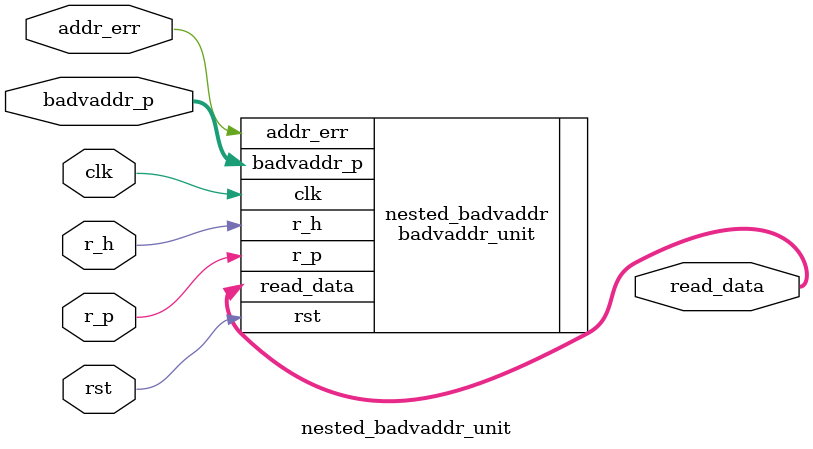
<source format=v>
`include "./head.v"
`include "./badvaddr_unit.v"
module nested_badvaddr_unit(input wire clk,
	input wire rst,
	input wire r_p,
	input wire r_h,
	input wire addr_err,
	input wire [31:0] badvaddr_p,
	output wire [31:0] read_data);
	badvaddr_unit nested_badvaddr(.clk(clk),
	.rst(rst),
	.r_p(r_p),
	.r_h(r_h),
	.addr_err(addr_err),
	.badvaddr_p(badvaddr_p),
	.read_data(read_data));
endmodule // nested_badvaddr_unit
</source>
